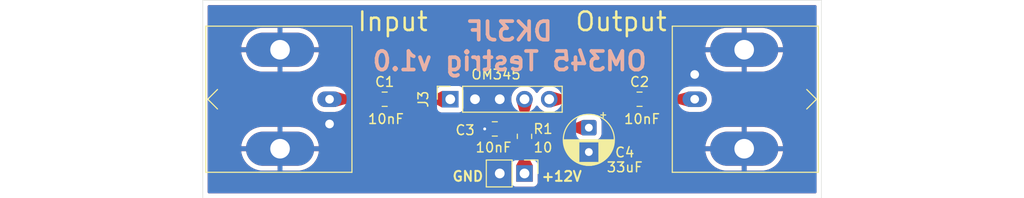
<source format=kicad_pcb>
(kicad_pcb (version 20241229) (generator "pcbnew") (generator_version "9.0")
  (layers (0 "F.Cu" signal) (2 "B.Cu" signal) (13 "F.Paste" user) (15 "B.Paste" user) (5 "F.SilkS" user "F.Silkscreen") (7 "B.SilkS" user "B.Silkscreen") (1 "F.Mask" user) (3 "B.Mask" user) (25 "Edge.Cuts" user))
  (net 0 "")
  (net 1 "Net-(J1-In)")
  (net 2 "Net-(J3-Pin_1)")
  (net 3 "Net-(J3-Pin_5)")
  (net 4 "Net-(J2-In)")
  (net 5 "GND")
  (net 6 "+12V")
  (net 7 "VCC")
  (footprint "Connector_Coaxial:BNC_Amphenol_B6252HB-NPP3G-50_Horizontal" (layer "F.Cu") (at 124.77 81.28 90)
    (property "Reference" "J1" (hide yes))
    (property "Value" "Conn_BNC" (hide yes))
    (fp_line (start 7.5 -12.7) (end 7.5 2.3) (stroke (width 0.12)) (layer "F.SilkS"))
    (fp_line (start -7.5 -12.7) (end 7.5 -12.7) (stroke (width 0.12)) (layer "F.SilkS"))
    (fp_line (start 0 -12.5) (end 1 -11.5) (stroke (width 0.12)) (layer "F.SilkS"))
    (fp_line (start 0 -12.5) (end -1 -11.5) (stroke (width 0.12)) (layer "F.SilkS"))
    (fp_line (start 7.5 2.3) (end -7.5 2.3) (stroke (width 0.12)) (layer "F.SilkS"))
    (fp_line (start -7.5 2.3) (end -7.5 -12.7) (stroke (width 0.12)) (layer "F.SilkS"))
    (pad "1" thru_hole oval (at 0 0 90) (size 1.6 2.5) (drill 0.89) (layers "*.Cu" "*.Mask") (net 1 "Net-(J1-In)"))
    (pad "2" thru_hole oval (at -5.08 -5.08 90) (size 3.5 7) (drill 2.01) (layers "*.Cu" "*.Mask") (net 5 "GND"))
    (pad "2" thru_hole oval (at -2.54 0 90) (size 1.6 2.5) (drill 0.89) (layers "*.Cu" "*.Mask") (net 5 "GND"))
    (pad "2" thru_hole oval (at 5.08 -5.08 90) (size 3.5 7) (drill 2.01) (layers "*.Cu" "*.Mask") (net 5 "GND"))
  )
  (footprint "Capacitor_THT:CP_Radial_D5.0mm_P2.50mm" (layer "F.Cu") (at 151.384 84.201 -90)
    (property "Reference" "C4" (at 2.54 -3.683 180) (layer "F.SilkS"))
    (property "Value" "33uF" (at 4.064 -3.683 180) (layer "F.SilkS"))
    (fp_line (start 1.49 1.04) (end 1.49 2.569) (stroke (width 0.12)) (layer "F.SilkS"))
    (fp_line (start 1.53 1.04) (end 1.53 2.565) (stroke (width 0.12)) (layer "F.SilkS"))
    (fp_line (start 1.57 1.04) (end 1.57 2.56) (stroke (width 0.12)) (layer "F.SilkS"))
    (fp_line (start 1.61 1.04) (end 1.61 2.555) (stroke (width 0.12)) (layer "F.SilkS"))
    (fp_line (start 1.65 1.04) (end 1.65 2.549) (stroke (width 0.12)) (layer "F.SilkS"))
    (fp_line (start 1.69 1.04) (end 1.69 2.543) (stroke (width 0.12)) (layer "F.SilkS"))
    (fp_line (start 1.73 1.04) (end 1.73 2.536) (stroke (width 0.12)) (layer "F.SilkS"))
    (fp_line (start 1.77 1.04) (end 1.77 2.528) (stroke (width 0.12)) (layer "F.SilkS"))
    (fp_line (start 1.81 1.04) (end 1.81 2.519) (stroke (width 0.12)) (layer "F.SilkS"))
    (fp_line (start 1.85 1.04) (end 1.85 2.51) (stroke (width 0.12)) (layer "F.SilkS"))
    (fp_line (start 1.89 1.04) (end 1.89 2.501) (stroke (width 0.12)) (layer "F.SilkS"))
    (fp_line (start 1.93 1.04) (end 1.93 2.49) (stroke (width 0.12)) (layer "F.SilkS"))
    (fp_line (start 1.97 1.04) (end 1.97 2.479) (stroke (width 0.12)) (layer "F.SilkS"))
    (fp_line (start 2.01 1.04) (end 2.01 2.467) (stroke (width 0.12)) (layer "F.SilkS"))
    (fp_line (start 2.05 1.04) (end 2.05 2.455) (stroke (width 0.12)) (layer "F.SilkS"))
    (fp_line (start 2.09 1.04) (end 2.09 2.442) (stroke (width 0.12)) (layer "F.SilkS"))
    (fp_line (start 2.13 1.04) (end 2.13 2.428) (stroke (width 0.12)) (layer "F.SilkS"))
    (fp_line (start 2.17 1.04) (end 2.17 2.413) (stroke (width 0.12)) (layer "F.SilkS"))
    (fp_line (start 2.21 1.04) (end 2.21 2.398) (stroke (width 0.12)) (layer "F.SilkS"))
    (fp_line (start 2.25 1.04) (end 2.25 2.382) (stroke (width 0.12)) (layer "F.SilkS"))
    (fp_line (start 2.29 1.04) (end 2.29 2.365) (stroke (width 0.12)) (layer "F.SilkS"))
    (fp_line (start 2.33 1.04) (end 2.33 2.347) (stroke (width 0.12)) (layer "F.SilkS"))
    (fp_line (start 2.37 1.04) (end 2.37 2.329) (stroke (width 0.12)) (layer "F.SilkS"))
    (fp_line (start 2.41 1.04) (end 2.41 2.309) (stroke (width 0.12)) (layer "F.SilkS"))
    (fp_line (start 2.45 1.04) (end 2.45 2.289) (stroke (width 0.12)) (layer "F.SilkS"))
    (fp_line (start 2.49 1.04) (end 2.49 2.268) (stroke (width 0.12)) (layer "F.SilkS"))
    (fp_line (start 2.53 1.04) (end 2.53 2.246) (stroke (width 0.12)) (layer "F.SilkS"))
    (fp_line (start 2.57 1.04) (end 2.57 2.223) (stroke (width 0.12)) (layer "F.SilkS"))
    (fp_line (start 2.61 1.04) (end 2.61 2.199) (stroke (width 0.12)) (layer "F.SilkS"))
    (fp_line (start 2.65 1.04) (end 2.65 2.175) (stroke (width 0.12)) (layer "F.SilkS"))
    (fp_line (start 2.69 1.04) (end 2.69 2.149) (stroke (width 0.12)) (layer "F.SilkS"))
    (fp_line (start 2.73 1.04) (end 2.73 2.122) (stroke (width 0.12)) (layer "F.SilkS"))
    (fp_line (start 2.77 1.04) (end 2.77 2.094) (stroke (width 0.12)) (layer "F.SilkS"))
    (fp_line (start 2.81 1.04) (end 2.81 2.065) (stroke (width 0.12)) (layer "F.SilkS"))
    (fp_line (start 2.85 1.04) (end 2.85 2.035) (stroke (width 0.12)) (layer "F.SilkS"))
    (fp_line (start 2.89 1.04) (end 2.89 2.003) (stroke (width 0.12)) (layer "F.SilkS"))
    (fp_line (start 2.93 1.04) (end 2.93 1.97) (stroke (width 0.12)) (layer "F.SilkS"))
    (fp_line (start 2.97 1.04) (end 2.97 1.936) (stroke (width 0.12)) (layer "F.SilkS"))
    (fp_line (start 3.01 1.04) (end 3.01 1.901) (stroke (width 0.12)) (layer "F.SilkS"))
    (fp_line (start 3.05 1.04) (end 3.05 1.864) (stroke (width 0.12)) (layer "F.SilkS"))
    (fp_line (start 3.09 1.04) (end 3.09 1.825) (stroke (width 0.12)) (layer "F.SilkS"))
    (fp_line (start 3.13 1.04) (end 3.13 1.785) (stroke (width 0.12)) (layer "F.SilkS"))
    (fp_line (start 3.17 1.04) (end 3.17 1.743) (stroke (width 0.12)) (layer "F.SilkS"))
    (fp_line (start 3.21 1.04) (end 3.21 1.699) (stroke (width 0.12)) (layer "F.SilkS"))
    (fp_line (start 3.25 1.04) (end 3.25 1.652) (stroke (width 0.12)) (layer "F.SilkS"))
    (fp_line (start 3.29 1.04) (end 3.29 1.604) (stroke (width 0.12)) (layer "F.SilkS"))
    (fp_line (start 3.33 1.04) (end 3.33 1.553) (stroke (width 0.12)) (layer "F.SilkS"))
    (fp_line (start 3.37 1.04) (end 3.37 1.499) (stroke (width 0.12)) (layer "F.SilkS"))
    (fp_line (start 3.41 1.04) (end 3.41 1.443) (stroke (width 0.12)) (layer "F.SilkS"))
    (fp_line (start 3.45 1.04) (end 3.45 1.383) (stroke (width 0.12)) (layer "F.SilkS"))
    (fp_line (start 3.49 1.04) (end 3.49 1.319) (stroke (width 0.12)) (layer "F.SilkS"))
    (fp_line (start 3.53 1.04) (end 3.53 1.251) (stroke (width 0.12)) (layer "F.SilkS"))
    (fp_line (start 3.85 -0.283) (end 3.85 0.283) (stroke (width 0.12)) (layer "F.SilkS"))
    (fp_line (start 3.81 -0.517) (end 3.81 0.517) (stroke (width 0.12)) (layer "F.SilkS"))
    (fp_line (start 3.77 -0.677) (end 3.77 0.677) (stroke (width 0.12)) (layer "F.SilkS"))
    (fp_line (start 3.73 -0.805) (end 3.73 0.805) (stroke (width 0.12)) (layer "F.SilkS"))
    (fp_line (start 3.69 -0.914) (end 3.69 0.914) (stroke (width 0.12)) (layer "F.SilkS"))
    (fp_line (start 3.65 -1.011) (end 3.65 1.011) (stroke (width 0.12)) (layer "F.SilkS"))
    (fp_line (start 3.61 -1.098) (end 3.61 1.098) (stroke (width 0.12)) (layer "F.SilkS"))
    (fp_line (start 3.57 -1.177) (end 3.57 1.177) (stroke (width 0.12)) (layer "F.SilkS"))
    (fp_line (start 3.53 -1.251) (end 3.53 -1.04) (stroke (width 0.12)) (layer "F.SilkS"))
    (fp_line (start 3.49 -1.319) (end 3.49 -1.04) (stroke (width 0.12)) (layer "F.SilkS"))
    (fp_line (start 3.45 -1.383) (end 3.45 -1.04) (stroke (width 0.12)) (layer "F.SilkS"))
    (fp_line (start 3.41 -1.443) (end 3.41 -1.04) (stroke (width 0.12)) (layer "F.SilkS"))
    (fp_line (start -1.554775 -1.475) (end -1.054775 -1.475) (stroke (width 0.12)) (layer "F.SilkS"))
    (fp_line (start 3.37 -1.499) (end 3.37 -1.04) (stroke (width 0.12)) (layer "F.SilkS"))
    (fp_line (start 3.33 -1.553) (end 3.33 -1.04) (stroke (width 0.12)) (layer "F.SilkS"))
    (fp_line (start 3.29 -1.604) (end 3.29 -1.04) (stroke (width 0.12)) (layer "F.SilkS"))
    (fp_line (start 3.25 -1.652) (end 3.25 -1.04) (stroke (width 0.12)) (layer "F.SilkS"))
    (fp_line (start 3.21 -1.699) (end 3.21 -1.04) (stroke (width 0.12)) (layer "F.SilkS"))
    (fp_line (start -1.304775 -1.725) (end -1.304775 -1.225) (stroke (width 0.12)) (layer "F.SilkS"))
    (fp_line (start 3.17 -1.743) (end 3.17 -1.04) (stroke (width 0.12)) (layer "F.SilkS"))
    (fp_line (start 3.13 -1.785) (end 3.13 -1.04) (stroke (width 0.12)) (layer "F.SilkS"))
    (fp_line (start 3.09 -1.825) (end 3.09 -1.04) (stroke (width 0.12)) (layer "F.SilkS"))
    (fp_line (start 3.05 -1.864) (end 3.05 -1.04) (stroke (width 0.12)) (layer "F.SilkS"))
    (fp_line (start 3.01 -1.901) (end 3.01 -1.04) (stroke (width 0.12)) (layer "F.SilkS"))
    (fp_line (start 2.97 -1.936) (end 2.97 -1.04) (stroke (width 0.12)) (layer "F.SilkS"))
    (fp_line (start 2.93 -1.97) (end 2.93 -1.04) (stroke (width 0.12)) (layer "F.SilkS"))
    (fp_line (start 2.89 -2.003) (end 2.89 -1.04) (stroke (width 0.12)) (layer "F.SilkS"))
    (fp_line (start 2.85 -2.035) (end 2.85 -1.04) (stroke (width 0.12)) (layer "F.SilkS"))
    (fp_line (start 2.81 -2.065) (end 2.81 -1.04) (stroke (width 0.12)) (layer "F.SilkS"))
    (fp_line (start 2.77 -2.094) (end 2.77 -1.04) (stroke (width 0.12)) (layer "F.SilkS"))
    (fp_line (start 2.73 -2.122) (end 2.73 -1.04) (stroke (width 0.12)) (layer "F.SilkS"))
    (fp_line (start 2.69 -2.149) (end 2.69 -1.04) (stroke (width 0.12)) (layer "F.SilkS"))
    (fp_line (start 2.65 -2.175) (end 2.65 -1.04) (stroke (width 0.12)) (layer "F.SilkS"))
    (fp_line (start 2.61 -2.199) (end 2.61 -1.04) (stroke (width 0.12)) (layer "F.SilkS"))
    (fp_line (start 2.57 -2.223) (end 2.57 -1.04) (stroke (width 0.12)) (layer "F.SilkS"))
    (fp_line (start 2.53 -2.246) (end 2.53 -1.04) (stroke (width 0.12)) (layer "F.SilkS"))
    (fp_line (start 2.49 -2.268) (end 2.49 -1.04) (stroke (width 0.12)) (layer "F.SilkS"))
    (fp_line (start 2.45 -2.289) (end 2.45 -1.04) (stroke (width 0.12)) (layer "F.SilkS"))
    (fp_line (start 2.41 -2.309) (end 2.41 -1.04) (stroke (width 0.12)) (layer "F.SilkS"))
    (fp_line (start 2.37 -2.329) (end 2.37 -1.04) (stroke (width 0.12)) (layer "F.SilkS"))
    (fp_line (start 2.33 -2.347) (end 2.33 -1.04) (stroke (width 0.12)) (layer "F.SilkS"))
    (fp_line (start 2.29 -2.365) (end 2.29 -1.04) (stroke (width 0.12)) (layer "F.SilkS"))
    (fp_line (start 2.25 -2.382) (end 2.25 -1.04) (stroke (width 0.12)) (layer "F.SilkS"))
    (fp_line (start 2.21 -2.398) (end 2.21 -1.04) (stroke (width 0.12)) (layer "F.SilkS"))
    (fp_line (start 2.17 -2.413) (end 2.17 -1.04) (stroke (width 0.12)) (layer "F.SilkS"))
    (fp_line (start 2.13 -2.428) (end 2.13 -1.04) (stroke (width 0.12)) (layer "F.SilkS"))
    (fp_line (start 2.09 -2.442) (end 2.09 -1.04) (stroke (width 0.12)) (layer "F.SilkS"))
    (fp_line (start 2.05 -2.455) (end 2.05 -1.04) (stroke (width 0.12)) (layer "F.SilkS"))
    (fp_line (start 2.01 -2.467) (end 2.01 -1.04) (stroke (width 0.12)) (layer "F.SilkS"))
    (fp_line (start 1.97 -2.479) (end 1.97 -1.04) (stroke (width 0.12)) (layer "F.SilkS"))
    (fp_line (start 1.93 -2.49) (end 1.93 -1.04) (stroke (width 0.12)) (layer "F.SilkS"))
    (fp_line (start 1.89 -2.501) (end 1.89 -1.04) (stroke (width 0.12)) (layer "F.SilkS"))
    (fp_line (start 1.85 -2.51) (end 1.85 -1.04) (stroke (width 0.12)) (layer "F.SilkS"))
    (fp_line (start 1.81 -2.519) (end 1.81 -1.04) (stroke (width 0.12)) (layer "F.SilkS"))
    (fp_line (start 1.77 -2.528) (end 1.77 -1.04) (stroke (width 0.12)) (layer "F.SilkS"))
    (fp_line (start 1.73 -2.536) (end 1.73 -1.04) (stroke (width 0.12)) (layer "F.SilkS"))
    (fp_line (start 1.69 -2.543) (end 1.69 -1.04) (stroke (width 0.12)) (layer "F.SilkS"))
    (fp_line (start 1.65 -2.549) (end 1.65 -1.04) (stroke (width 0.12)) (layer "F.SilkS"))
    (fp_line (start 1.61 -2.555) (end 1.61 -1.04) (stroke (width 0.12)) (layer "F.SilkS"))
    (fp_line (start 1.57 -2.56) (end 1.57 -1.04) (stroke (width 0.12)) (layer "F.SilkS"))
    (fp_line (start 1.53 -2.565) (end 1.53 -1.04) (stroke (width 0.12)) (layer "F.SilkS"))
    (fp_line (start 1.49 -2.569) (end 1.49 -1.04) (stroke (width 0.12)) (layer "F.SilkS"))
    (fp_line (start 1.45 -2.572) (end 1.45 2.572) (stroke (width 0.12)) (layer "F.SilkS"))
    (fp_line (start 1.41 -2.575) (end 1.41 2.575) (stroke (width 0.12)) (layer "F.SilkS"))
    (fp_line (start 1.37 -2.577) (end 1.37 2.577) (stroke (width 0.12)) (layer "F.SilkS"))
    (fp_line (start 1.33 -2.579) (end 1.33 2.579) (stroke (width 0.12)) (layer "F.SilkS"))
    (fp_line (start 1.25 -2.58) (end 1.25 2.58) (stroke (width 0.12)) (layer "F.SilkS"))
    (fp_line (start 1.29 -2.58) (end 1.29 2.58) (stroke (width 0.12)) (layer "F.SilkS"))
    (fp_circle (center 1.25 0) (end 3.87 0) (stroke (width 0.12)) (fill no) (layer "F.SilkS"))
    (pad "1" thru_hole roundrect (at 0 0 270) (size 1.6 1.6) (drill 0.8) (layers "*.Cu" "*.Mask") (roundrect_rratio 0.15625) (net 7 "VCC"))
    (pad "2" thru_hole circle (at 2.5 0 270) (size 1.6 1.6) (drill 0.8) (layers "*.Cu" "*.Mask") (net 5 "GND"))
  )
  (footprint "Capacitor_SMD:C_0805_2012Metric_Pad1.18x1.45mm_HandSolder" (layer "F.Cu") (at 130.429 81.28)
    (property "Reference" "C1" (at 0 -1.778 0) (layer "F.SilkS"))
    (property "Value" "10nF" (at 0.127 2.032 0) (layer "F.SilkS"))
    (fp_line (start -0.261252 -0.735) (end 0.261252 -0.735) (stroke (width 0.12)) (layer "F.SilkS"))
    (fp_line (start -0.261252 0.735) (end 0.261252 0.735) (stroke (width 0.12)) (layer "F.SilkS"))
    (pad "1" smd roundrect (at -1.0375 0) (size 1.175 1.45) (layers "F.Cu" "F.Mask" "F.Paste") (roundrect_rratio 0.212766) (net 1 "Net-(J1-In)"))
    (pad "2" smd roundrect (at 1.0375 0) (size 1.175 1.45) (layers "F.Cu" "F.Mask" "F.Paste") (roundrect_rratio 0.212766) (net 2 "Net-(J3-Pin_1)"))
  )
  (footprint "Capacitor_SMD:C_0805_2012Metric_Pad1.18x1.45mm_HandSolder" (layer "F.Cu") (at 156.591 81.28)
    (property "Reference" "C2" (at 0 -1.778 0) (layer "F.SilkS"))
    (property "Value" "10nF" (at 0.254 2.032 0) (layer "F.SilkS"))
    (fp_line (start -0.261252 -0.735) (end 0.261252 -0.735) (stroke (width 0.12)) (layer "F.SilkS"))
    (fp_line (start -0.261252 0.735) (end 0.261252 0.735) (stroke (width 0.12)) (layer "F.SilkS"))
    (pad "1" smd roundrect (at -1.0375 0) (size 1.175 1.45) (layers "F.Cu" "F.Mask" "F.Paste") (roundrect_rratio 0.212766) (net 3 "Net-(J3-Pin_5)"))
    (pad "2" smd roundrect (at 1.0375 0) (size 1.175 1.45) (layers "F.Cu" "F.Mask" "F.Paste") (roundrect_rratio 0.212766) (net 4 "Net-(J2-In)"))
  )
  (footprint "Connector_PinSocket_2.54mm:PinSocket_1x05_P2.54mm_Vertical" (layer "F.Cu") (at 137.16 81.28 90)
    (property "Reference" "J3" (at 0 -2.77 90) (layer "F.SilkS"))
    (property "Value" "OM345" (at 2.54 4.699 180) (layer "F.SilkS"))
    (fp_line (start 1.33 -1.33) (end 1.33 0) (stroke (width 0.12)) (layer "F.SilkS"))
    (fp_line (start 0 -1.33) (end 1.33 -1.33) (stroke (width 0.12)) (layer "F.SilkS"))
    (fp_line (start 1.33 1.27) (end 1.33 11.49) (stroke (width 0.12)) (layer "F.SilkS"))
    (fp_line (start -1.33 1.27) (end 1.33 1.27) (stroke (width 0.12)) (layer "F.SilkS"))
    (fp_line (start -1.33 1.27) (end -1.33 11.49) (stroke (width 0.12)) (layer "F.SilkS"))
    (fp_line (start -1.33 11.49) (end 1.33 11.49) (stroke (width 0.12)) (layer "F.SilkS"))
    (pad "1" thru_hole rect (at 0 0 90) (size 1.7 1.7) (drill 1) (layers "*.Cu" "*.Mask") (net 2 "Net-(J3-Pin_1)"))
    (pad "2" thru_hole circle (at 0 2.54 90) (size 1.7 1.7) (drill 1) (layers "*.Cu" "*.Mask") (net 5 "GND"))
    (pad "3" thru_hole circle (at 0 5.08 90) (size 1.7 1.7) (drill 1) (layers "*.Cu" "*.Mask") (net 5 "GND"))
    (pad "4" thru_hole circle (at 0 7.62 90) (size 1.7 1.7) (drill 1) (layers "*.Cu" "*.Mask") (net 7 "VCC"))
    (pad "5" thru_hole circle (at 0 10.16 90) (size 1.7 1.7) (drill 1) (layers "*.Cu" "*.Mask") (net 3 "Net-(J3-Pin_5)"))
  )
  (footprint "Resistor_SMD:R_0805_2012Metric_Pad1.20x1.40mm_HandSolder" (layer "F.Cu") (at 144.78 85.09 -90)
    (property "Reference" "R1" (at -0.762 -1.905 180) (layer "F.SilkS"))
    (property "Value" "10" (at 1.143 -1.905 180) (layer "F.SilkS"))
    (fp_line (start -0.227064 0.735) (end 0.227064 0.735) (stroke (width 0.12)) (layer "F.SilkS"))
    (fp_line (start -0.227064 -0.735) (end 0.227064 -0.735) (stroke (width 0.12)) (layer "F.SilkS"))
    (pad "1" smd roundrect (at -1 0 270) (size 1.2 1.4) (layers "F.Cu" "F.Mask" "F.Paste") (roundrect_rratio 0.208333) (net 7 "VCC"))
    (pad "2" smd roundrect (at 1 0 270) (size 1.2 1.4) (layers "F.Cu" "F.Mask" "F.Paste") (roundrect_rratio 0.208333) (net 6 "+12V"))
  )
  (footprint "Connector_Coaxial:BNC_Amphenol_B6252HB-NPP3G-50_Horizontal" (layer "F.Cu") (at 162.25 81.28 -90)
    (property "Reference" "J2" (hide yes))
    (property "Value" "Conn_BNC" (hide yes))
    (fp_line (start -7.5 2.3) (end -7.5 -12.7) (stroke (width 0.12)) (layer "F.SilkS"))
    (fp_line (start 7.5 2.3) (end -7.5 2.3) (stroke (width 0.12)) (layer "F.SilkS"))
    (fp_line (start 0 -12.5) (end -1 -11.5) (stroke (width 0.12)) (layer "F.SilkS"))
    (fp_line (start 0 -12.5) (end 1 -11.5) (stroke (width 0.12)) (layer "F.SilkS"))
    (fp_line (start -7.5 -12.7) (end 7.5 -12.7) (stroke (width 0.12)) (layer "F.SilkS"))
    (fp_line (start 7.5 -12.7) (end 7.5 2.3) (stroke (width 0.12)) (layer "F.SilkS"))
    (pad "1" thru_hole oval (at 0 0 270) (size 1.6 2.5) (drill 0.89) (layers "*.Cu" "*.Mask") (net 4 "Net-(J2-In)"))
    (pad "2" thru_hole oval (at -5.08 -5.08 270) (size 3.5 7) (drill 2.01) (layers "*.Cu" "*.Mask") (net 5 "GND"))
    (pad "2" thru_hole oval (at -2.54 0 270) (size 1.6 2.5) (drill 0.89) (layers "*.Cu" "*.Mask") (net 5 "GND"))
    (pad "2" thru_hole oval (at 5.08 -5.08 270) (size 3.5 7) (drill 2.01) (layers "*.Cu" "*.Mask") (net 5 "GND"))
  )
  (footprint "Connector_PinHeader_2.54mm:PinHeader_1x02_P2.54mm_Vertical" (layer "F.Cu") (at 144.78 88.9 -90)
    (property "Reference" "J4" (hide yes))
    (property "Value" "Power" (hide yes))
    (fp_line (start -1.38 3.92) (end 1.38 3.92) (stroke (width 0.12)) (layer "F.SilkS"))
    (fp_line (start -1.38 1.27) (end -1.38 3.92) (stroke (width 0.12)) (layer "F.SilkS"))
    (fp_line (start -1.38 1.27) (end 1.38 1.27) (stroke (width 0.12)) (layer "F.SilkS"))
    (fp_line (start 1.38 1.27) (end 1.38 3.92) (stroke (width 0.12)) (layer "F.SilkS"))
    (fp_line (start -1.38 0) (end -1.38 -1.38) (stroke (width 0.12)) (layer "F.SilkS"))
    (fp_line (start -1.38 -1.38) (end 0 -1.38) (stroke (width 0.12)) (layer "F.SilkS"))
    (pad "1" thru_hole rect (at 0 0 270) (size 1.7 1.7) (drill 1) (layers "*.Cu" "*.Mask") (net 6 "+12V"))
    (pad "2" thru_hole circle (at 0 2.54 270) (size 1.7 1.7) (drill 1) (layers "*.Cu" "*.Mask") (net 5 "GND"))
  )
  (footprint "Capacitor_SMD:C_0805_2012Metric_Pad1.18x1.45mm_HandSolder" (layer "F.Cu") (at 141.732 84.328)
    (property "Reference" "C3" (at -3.048 0.127 0) (layer "F.SilkS"))
    (property "Value" "10nF" (at -0.127 1.905 0) (layer "F.SilkS"))
    (fp_line (start -0.261252 -0.735) (end 0.261252 -0.735) (stroke (width 0.12)) (layer "F.SilkS"))
    (fp_line (start -0.261252 0.735) (end 0.261252 0.735) (stroke (width 0.12)) (layer "F.SilkS"))
    (pad "1" smd roundrect (at -1.0375 0) (size 1.175 1.45) (layers "F.Cu" "F.Mask" "F.Paste") (roundrect_rratio 0.212766) (net 5 "GND"))
    (pad "2" smd roundrect (at 1.0375 0) (size 1.175 1.45) (layers "F.Cu" "F.Mask" "F.Paste") (roundrect_rratio 0.212766) (net 7 "VCC"))
  )
  (gr_rect (start 111.76 71.12) (end 175.26 91.44) (stroke (width 0.05)) (fill no) (layer "Edge.Cuts"))
  (gr_text "Output" (at 149.86 74.422 0) (layer "F.SilkS") (effects (font (size 1.905 1.905) (thickness 0.254) (bold yes)) (justify left bottom)))
  (gr_text "GND" (at 137.287 89.789 0) (layer "F.SilkS") (effects (font (size 1.016 1.016) (thickness 0.2032) (bold yes)) (justify left bottom)))
  (gr_text "Input" (at 127.508 74.422 0) (layer "F.SilkS") (effects (font (size 1.905 1.905) (thickness 0.254) (bold yes)) (justify left bottom)))
  (gr_text "+12V" (at 146.431 89.789 0) (layer "F.SilkS") (effects (font (size 1.016 1.016) (thickness 0.2032) (bold yes)) (justify left bottom)))
  (gr_text "DK3JF\nOM345 Testrig v1.0" (at 143.256 78.486 0) (layer "B.SilkS") (effects (font (size 1.905 1.905) (thickness 0.381) (bold yes)) (justify bottom mirror)))
  (segment (start 124.77 81.28) (end 129.3915 81.28) (width 0.762) (layer "F.Cu") (net 1))
  (segment (start 131.4665 81.28) (end 137.16 81.28) (width 0.762) (layer "F.Cu") (net 2))
  (segment (start 147.32 81.28) (end 155.5535 81.28) (width 0.762) (layer "F.Cu") (net 3))
  (segment (start 157.6285 81.28) (end 162.25 81.28) (width 0.762) (layer "F.Cu") (net 4))
  (via (at 140.6945 84.328) (size 0.6) (drill 0.3) (layers "F.Cu" "B.Cu") (net 5))
  (segment (start 144.78 86.09) (end 144.78 88.9) (width 0.762) (layer "F.Cu") (net 6))
  (segment (start 144.542 84.328) (end 144.78 84.09) (width 0.762) (layer "F.Cu") (net 7))
  (segment (start 151.384 84.201) (end 144.891 84.201) (width 0.762) (layer "F.Cu") (net 7))
  (segment (start 142.7695 84.328) (end 144.542 84.328) (width 0.762) (layer "F.Cu") (net 7))
  (segment (start 144.891 84.201) (end 144.78 84.09) (width 0.762) (layer "F.Cu") (net 7))
  (segment (start 144.78 81.28) (end 144.78 84.09) (width 0.762) (layer "F.Cu") (net 7))
  (zone (net 5) (net_name "GND") (layers "F.Cu" "B.Cu") (connect_pads (clearance 0.5)) (min_thickness 0.25) (fill yes (thermal_gap 0.5) (thermal_bridge_width 0.5))
    (polygon (pts (xy 111.76 71.12) (xy 175.26 71.12) (xy 175.26 91.44) (xy 111.76 91.44)))
  )
)
</source>
